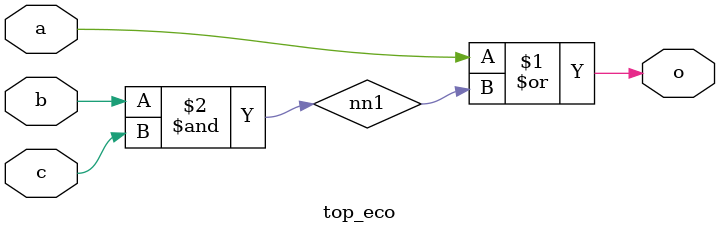
<source format=v>
module top_eco(a, b, c, o);
  input a, b, c;
  output o;
  wire nn1;
  or eco1 (o, a, nn1);
  and eco2 (nn1, b, c);
endmodule
// cost:5
</source>
